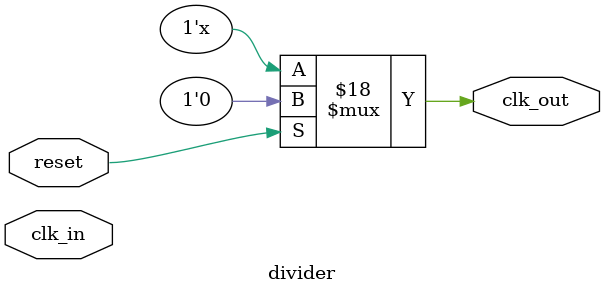
<source format=v>
module divider(clk_in, clk_out, reset);
	input clk_in, reset;
	output reg clk_out;
	parameter RATIO=1000;
	integer cnt;
	
	always @(clk_in or reset) begin
		if(reset) begin
			cnt = 0;
			clk_out = 0;
			// $display("Divider: reset, cnt = %d, clk_out = %b",cnt,clk_out);
		end else begin
			if(cnt == 2) begin
				clk_out = ~clk_out;
				cnt = 0;
			end
			cnt = cnt+1;
			// $display("Divider: run, cnt = %d, clk_out = %b",cnt,clk_out);
		end
	end
endmodule

</source>
